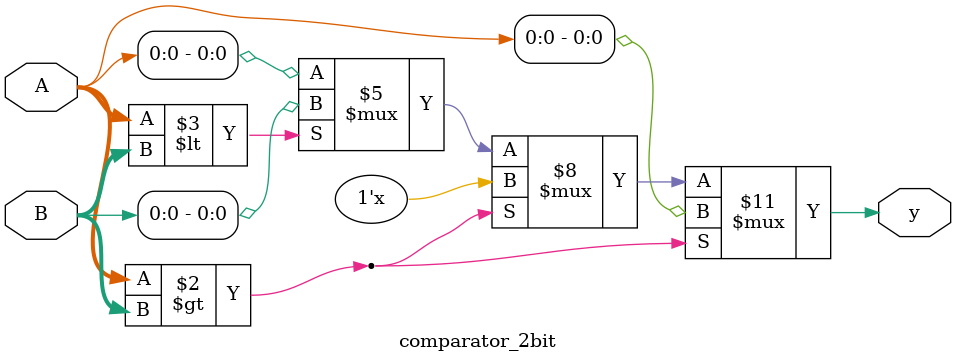
<source format=v>
module comparator_2bit(A,B,y);
input [4:0] A,B;
output reg y;

always @(A,B)
begin
if(A>B)
  begin
    y=A;
end
else if(A < B)
  begin
   y=B;
end
else
  begin
    y=A;
end
end
endmodule
</source>
